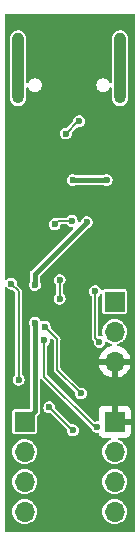
<source format=gbr>
%TF.GenerationSoftware,KiCad,Pcbnew,6.0.11+dfsg-1~bpo11+1*%
%TF.CreationDate,2023-10-28T20:26:38+09:00*%
%TF.ProjectId,pcb-devboard,7063622d-6465-4766-926f-6172642e6b69,rev?*%
%TF.SameCoordinates,Original*%
%TF.FileFunction,Copper,L2,Bot*%
%TF.FilePolarity,Positive*%
%FSLAX46Y46*%
G04 Gerber Fmt 4.6, Leading zero omitted, Abs format (unit mm)*
G04 Created by KiCad (PCBNEW 6.0.11+dfsg-1~bpo11+1) date 2023-10-28 20:26:38*
%MOMM*%
%LPD*%
G01*
G04 APERTURE LIST*
%TA.AperFunction,ComponentPad*%
%ADD10O,1.000000X1.600000*%
%TD*%
%TA.AperFunction,ComponentPad*%
%ADD11O,1.000000X2.100000*%
%TD*%
%TA.AperFunction,ComponentPad*%
%ADD12R,1.700000X1.700000*%
%TD*%
%TA.AperFunction,ComponentPad*%
%ADD13O,1.700000X1.700000*%
%TD*%
%TA.AperFunction,ViaPad*%
%ADD14C,0.600000*%
%TD*%
%TA.AperFunction,Conductor*%
%ADD15C,1.000000*%
%TD*%
%TA.AperFunction,Conductor*%
%ADD16C,0.450000*%
%TD*%
%TA.AperFunction,Conductor*%
%ADD17C,0.150000*%
%TD*%
%TA.AperFunction,Conductor*%
%ADD18C,0.200000*%
%TD*%
G04 APERTURE END LIST*
D10*
%TO.P,USB1,13,SHIELD*%
%TO.N,Net-(C1-Pad2)*%
X141679200Y-87237100D03*
D11*
X150319200Y-91417100D03*
D10*
X150319200Y-87237100D03*
D11*
X141679200Y-91417100D03*
%TD*%
D12*
%TO.P,J2,1,Pin_1*%
%TO.N,VSYS*%
X142240000Y-119380000D03*
D13*
%TO.P,J2,2,Pin_2*%
%TO.N,/PIN_PA0*%
X142240000Y-121920000D03*
%TO.P,J2,3,Pin_3*%
%TO.N,/PIN_PA1*%
X142240000Y-124460000D03*
%TO.P,J2,4,Pin_4*%
%TO.N,/PIN_PA2*%
X142240000Y-127000000D03*
%TD*%
D12*
%TO.P,J3,1,Pin_1*%
%TO.N,GND*%
X149860000Y-119380000D03*
D13*
%TO.P,J3,2,Pin_2*%
%TO.N,/PIN_PA7*%
X149860000Y-121920000D03*
%TO.P,J3,3,Pin_3*%
%TO.N,/PIN_PA6*%
X149860000Y-124460000D03*
%TO.P,J3,4,Pin_4*%
%TO.N,/PIN_PA3*%
X149860000Y-127000000D03*
%TD*%
D12*
%TO.P,J1,1,Pin_1*%
%TO.N,Net-(J1-Pad1)*%
X149860000Y-109220000D03*
D13*
%TO.P,J1,2,Pin_2*%
%TO.N,Net-(J1-Pad2)*%
X149860000Y-111760000D03*
%TO.P,J1,3,Pin_3*%
%TO.N,GND*%
X149860000Y-114300000D03*
%TD*%
D14*
%TO.N,GND*%
X149174200Y-93649800D03*
X143230600Y-101854000D03*
X145669000Y-110159800D03*
X142628700Y-93337358D03*
X143891000Y-110109000D03*
X147802600Y-96469200D03*
%TO.N,VSYS*%
X143129000Y-110998000D03*
X143103600Y-107797600D03*
X149186950Y-98920250D03*
X147486500Y-102489000D03*
X146316650Y-98920250D03*
%TO.N,/PIN_PA1*%
X141732000Y-115824000D03*
X141097000Y-107696000D03*
%TO.N,/PIN_PA2*%
X148209000Y-108331000D03*
X148577300Y-112636300D03*
%TO.N,/PIN_PA7*%
X148386800Y-119837200D03*
X145200500Y-108966000D03*
X143906500Y-112506500D03*
X145200500Y-107391200D03*
%TO.N,/PIN_PA6*%
X143935000Y-111335000D03*
X147000000Y-116992400D03*
%TO.N,/PIN_PA3*%
X146324500Y-120100000D03*
X144322800Y-118160800D03*
%TO.N,/USB_UART_RX*%
X146218100Y-102374867D03*
X144780000Y-102666800D03*
%TO.N,/USB_D-*%
X145729444Y-94985856D03*
X146848700Y-93954500D03*
%TD*%
D15*
%TO.N,Net-(C1-Pad2)*%
X150319200Y-87237100D02*
X150319200Y-91417100D01*
X141679200Y-91417100D02*
X141679200Y-87237100D01*
D16*
%TO.N,VSYS*%
X143103600Y-107797600D02*
X143103600Y-106871900D01*
X143103600Y-106871900D02*
X147486500Y-102489000D01*
X149186950Y-98920250D02*
X146316650Y-98920250D01*
X143129000Y-110998000D02*
X143129000Y-118491000D01*
X143129000Y-118491000D02*
X142240000Y-119380000D01*
D17*
%TO.N,/PIN_PA1*%
X141732000Y-115824000D02*
X141732000Y-108331000D01*
X141732000Y-108331000D02*
X141097000Y-107696000D01*
%TO.N,/PIN_PA2*%
X148209000Y-112268000D02*
X148577300Y-112636300D01*
X148209000Y-108331000D02*
X148209000Y-112268000D01*
%TO.N,/PIN_PA7*%
X148386800Y-119837200D02*
X148177000Y-119837200D01*
X143900000Y-115560200D02*
X143900000Y-112513000D01*
X145200500Y-108966000D02*
X145200500Y-107391200D01*
X148177000Y-119837200D02*
X143900000Y-115560200D01*
X143900000Y-112513000D02*
X143906500Y-112506500D01*
%TO.N,/PIN_PA6*%
X145000000Y-112400000D02*
X143935000Y-111335000D01*
X145000000Y-114992400D02*
X145000000Y-112400000D01*
X147000000Y-116992400D02*
X145000000Y-114992400D01*
%TO.N,/PIN_PA3*%
X146262000Y-120100000D02*
X146324500Y-120100000D01*
X144322800Y-118160800D02*
X146262000Y-120100000D01*
%TO.N,/USB_UART_RX*%
X144780000Y-102666800D02*
X145071933Y-102374867D01*
X145071933Y-102374867D02*
X146218100Y-102374867D01*
D18*
%TO.N,/USB_D-*%
X146848700Y-93954500D02*
X146760800Y-93954500D01*
X146760800Y-93954500D02*
X145729444Y-94985856D01*
%TD*%
%TA.AperFunction,Conductor*%
%TO.N,GND*%
G36*
X151523691Y-84852207D02*
G01*
X151559655Y-84901707D01*
X151564500Y-84932300D01*
X151564500Y-128605500D01*
X151545593Y-128663691D01*
X151496093Y-128699655D01*
X151465500Y-128704500D01*
X140634500Y-128704500D01*
X140576309Y-128685593D01*
X140540345Y-128636093D01*
X140535500Y-128605500D01*
X140535500Y-126985262D01*
X141184520Y-126985262D01*
X141201759Y-127190553D01*
X141258544Y-127388586D01*
X141352712Y-127571818D01*
X141480677Y-127733270D01*
X141484357Y-127736402D01*
X141484359Y-127736404D01*
X141597017Y-127832283D01*
X141637564Y-127866791D01*
X141641787Y-127869151D01*
X141641791Y-127869154D01*
X141681342Y-127891258D01*
X141817398Y-127967297D01*
X141821996Y-127968791D01*
X142008724Y-128029463D01*
X142008726Y-128029464D01*
X142013329Y-128030959D01*
X142217894Y-128055351D01*
X142222716Y-128054980D01*
X142222719Y-128054980D01*
X142290541Y-128049761D01*
X142423300Y-128039546D01*
X142621725Y-127984145D01*
X142626038Y-127981966D01*
X142626044Y-127981964D01*
X142801289Y-127893441D01*
X142801291Y-127893440D01*
X142805610Y-127891258D01*
X142840943Y-127863653D01*
X142964135Y-127767406D01*
X142964139Y-127767402D01*
X142967951Y-127764424D01*
X143102564Y-127608472D01*
X143121231Y-127575613D01*
X143201934Y-127433550D01*
X143201935Y-127433547D01*
X143204323Y-127429344D01*
X143217882Y-127388586D01*
X143267824Y-127238454D01*
X143267824Y-127238452D01*
X143269351Y-127233863D01*
X143295171Y-127029474D01*
X143295583Y-127000000D01*
X143294138Y-126985262D01*
X148804520Y-126985262D01*
X148821759Y-127190553D01*
X148878544Y-127388586D01*
X148972712Y-127571818D01*
X149100677Y-127733270D01*
X149104357Y-127736402D01*
X149104359Y-127736404D01*
X149217017Y-127832283D01*
X149257564Y-127866791D01*
X149261787Y-127869151D01*
X149261791Y-127869154D01*
X149301342Y-127891258D01*
X149437398Y-127967297D01*
X149441996Y-127968791D01*
X149628724Y-128029463D01*
X149628726Y-128029464D01*
X149633329Y-128030959D01*
X149837894Y-128055351D01*
X149842716Y-128054980D01*
X149842719Y-128054980D01*
X149910541Y-128049761D01*
X150043300Y-128039546D01*
X150241725Y-127984145D01*
X150246038Y-127981966D01*
X150246044Y-127981964D01*
X150421289Y-127893441D01*
X150421291Y-127893440D01*
X150425610Y-127891258D01*
X150460943Y-127863653D01*
X150584135Y-127767406D01*
X150584139Y-127767402D01*
X150587951Y-127764424D01*
X150722564Y-127608472D01*
X150741231Y-127575613D01*
X150821934Y-127433550D01*
X150821935Y-127433547D01*
X150824323Y-127429344D01*
X150837882Y-127388586D01*
X150887824Y-127238454D01*
X150887824Y-127238452D01*
X150889351Y-127233863D01*
X150915171Y-127029474D01*
X150915583Y-127000000D01*
X150895480Y-126794970D01*
X150835935Y-126597749D01*
X150739218Y-126415849D01*
X150609011Y-126256200D01*
X150450275Y-126124882D01*
X150269055Y-126026897D01*
X150205855Y-126007333D01*
X150076875Y-125967407D01*
X150076871Y-125967406D01*
X150072254Y-125965977D01*
X150067446Y-125965472D01*
X150067443Y-125965471D01*
X149872185Y-125944949D01*
X149872183Y-125944949D01*
X149867369Y-125944443D01*
X149807354Y-125949905D01*
X149667022Y-125962675D01*
X149667017Y-125962676D01*
X149662203Y-125963114D01*
X149464572Y-126021280D01*
X149460288Y-126023519D01*
X149460287Y-126023520D01*
X149449428Y-126029197D01*
X149282002Y-126116726D01*
X149278231Y-126119758D01*
X149125220Y-126242781D01*
X149125217Y-126242783D01*
X149121447Y-126245815D01*
X149118333Y-126249526D01*
X149118332Y-126249527D01*
X149109585Y-126259952D01*
X148989024Y-126403630D01*
X148986689Y-126407878D01*
X148986688Y-126407879D01*
X148979955Y-126420126D01*
X148889776Y-126584162D01*
X148827484Y-126780532D01*
X148826944Y-126785344D01*
X148826944Y-126785345D01*
X148825865Y-126794970D01*
X148804520Y-126985262D01*
X143294138Y-126985262D01*
X143275480Y-126794970D01*
X143215935Y-126597749D01*
X143119218Y-126415849D01*
X142989011Y-126256200D01*
X142830275Y-126124882D01*
X142649055Y-126026897D01*
X142585855Y-126007333D01*
X142456875Y-125967407D01*
X142456871Y-125967406D01*
X142452254Y-125965977D01*
X142447446Y-125965472D01*
X142447443Y-125965471D01*
X142252185Y-125944949D01*
X142252183Y-125944949D01*
X142247369Y-125944443D01*
X142187354Y-125949905D01*
X142047022Y-125962675D01*
X142047017Y-125962676D01*
X142042203Y-125963114D01*
X141844572Y-126021280D01*
X141840288Y-126023519D01*
X141840287Y-126023520D01*
X141829428Y-126029197D01*
X141662002Y-126116726D01*
X141658231Y-126119758D01*
X141505220Y-126242781D01*
X141505217Y-126242783D01*
X141501447Y-126245815D01*
X141498333Y-126249526D01*
X141498332Y-126249527D01*
X141489585Y-126259952D01*
X141369024Y-126403630D01*
X141366689Y-126407878D01*
X141366688Y-126407879D01*
X141359955Y-126420126D01*
X141269776Y-126584162D01*
X141207484Y-126780532D01*
X141206944Y-126785344D01*
X141206944Y-126785345D01*
X141205865Y-126794970D01*
X141184520Y-126985262D01*
X140535500Y-126985262D01*
X140535500Y-124445262D01*
X141184520Y-124445262D01*
X141201759Y-124650553D01*
X141258544Y-124848586D01*
X141352712Y-125031818D01*
X141480677Y-125193270D01*
X141484357Y-125196402D01*
X141484359Y-125196404D01*
X141597017Y-125292283D01*
X141637564Y-125326791D01*
X141641787Y-125329151D01*
X141641791Y-125329154D01*
X141681342Y-125351258D01*
X141817398Y-125427297D01*
X141821996Y-125428791D01*
X142008724Y-125489463D01*
X142008726Y-125489464D01*
X142013329Y-125490959D01*
X142217894Y-125515351D01*
X142222716Y-125514980D01*
X142222719Y-125514980D01*
X142290541Y-125509761D01*
X142423300Y-125499546D01*
X142621725Y-125444145D01*
X142626038Y-125441966D01*
X142626044Y-125441964D01*
X142801289Y-125353441D01*
X142801291Y-125353440D01*
X142805610Y-125351258D01*
X142840943Y-125323653D01*
X142964135Y-125227406D01*
X142964139Y-125227402D01*
X142967951Y-125224424D01*
X143102564Y-125068472D01*
X143121231Y-125035613D01*
X143201934Y-124893550D01*
X143201935Y-124893547D01*
X143204323Y-124889344D01*
X143217882Y-124848586D01*
X143267824Y-124698454D01*
X143267824Y-124698452D01*
X143269351Y-124693863D01*
X143295171Y-124489474D01*
X143295583Y-124460000D01*
X143294138Y-124445262D01*
X148804520Y-124445262D01*
X148821759Y-124650553D01*
X148878544Y-124848586D01*
X148972712Y-125031818D01*
X149100677Y-125193270D01*
X149104357Y-125196402D01*
X149104359Y-125196404D01*
X149217017Y-125292283D01*
X149257564Y-125326791D01*
X149261787Y-125329151D01*
X149261791Y-125329154D01*
X149301342Y-125351258D01*
X149437398Y-125427297D01*
X149441996Y-125428791D01*
X149628724Y-125489463D01*
X149628726Y-125489464D01*
X149633329Y-125490959D01*
X149837894Y-125515351D01*
X149842716Y-125514980D01*
X149842719Y-125514980D01*
X149910541Y-125509761D01*
X150043300Y-125499546D01*
X150241725Y-125444145D01*
X150246038Y-125441966D01*
X150246044Y-125441964D01*
X150421289Y-125353441D01*
X150421291Y-125353440D01*
X150425610Y-125351258D01*
X150460943Y-125323653D01*
X150584135Y-125227406D01*
X150584139Y-125227402D01*
X150587951Y-125224424D01*
X150722564Y-125068472D01*
X150741231Y-125035613D01*
X150821934Y-124893550D01*
X150821935Y-124893547D01*
X150824323Y-124889344D01*
X150837882Y-124848586D01*
X150887824Y-124698454D01*
X150887824Y-124698452D01*
X150889351Y-124693863D01*
X150915171Y-124489474D01*
X150915583Y-124460000D01*
X150895480Y-124254970D01*
X150835935Y-124057749D01*
X150739218Y-123875849D01*
X150609011Y-123716200D01*
X150450275Y-123584882D01*
X150269055Y-123486897D01*
X150205855Y-123467333D01*
X150076875Y-123427407D01*
X150076871Y-123427406D01*
X150072254Y-123425977D01*
X150067446Y-123425472D01*
X150067443Y-123425471D01*
X149872185Y-123404949D01*
X149872183Y-123404949D01*
X149867369Y-123404443D01*
X149807354Y-123409905D01*
X149667022Y-123422675D01*
X149667017Y-123422676D01*
X149662203Y-123423114D01*
X149464572Y-123481280D01*
X149460288Y-123483519D01*
X149460287Y-123483520D01*
X149449428Y-123489197D01*
X149282002Y-123576726D01*
X149278231Y-123579758D01*
X149125220Y-123702781D01*
X149125217Y-123702783D01*
X149121447Y-123705815D01*
X149118333Y-123709526D01*
X149118332Y-123709527D01*
X149109585Y-123719952D01*
X148989024Y-123863630D01*
X148986689Y-123867878D01*
X148986688Y-123867879D01*
X148979955Y-123880126D01*
X148889776Y-124044162D01*
X148827484Y-124240532D01*
X148826944Y-124245344D01*
X148826944Y-124245345D01*
X148825865Y-124254970D01*
X148804520Y-124445262D01*
X143294138Y-124445262D01*
X143275480Y-124254970D01*
X143215935Y-124057749D01*
X143119218Y-123875849D01*
X142989011Y-123716200D01*
X142830275Y-123584882D01*
X142649055Y-123486897D01*
X142585855Y-123467333D01*
X142456875Y-123427407D01*
X142456871Y-123427406D01*
X142452254Y-123425977D01*
X142447446Y-123425472D01*
X142447443Y-123425471D01*
X142252185Y-123404949D01*
X142252183Y-123404949D01*
X142247369Y-123404443D01*
X142187354Y-123409905D01*
X142047022Y-123422675D01*
X142047017Y-123422676D01*
X142042203Y-123423114D01*
X141844572Y-123481280D01*
X141840288Y-123483519D01*
X141840287Y-123483520D01*
X141829428Y-123489197D01*
X141662002Y-123576726D01*
X141658231Y-123579758D01*
X141505220Y-123702781D01*
X141505217Y-123702783D01*
X141501447Y-123705815D01*
X141498333Y-123709526D01*
X141498332Y-123709527D01*
X141489585Y-123719952D01*
X141369024Y-123863630D01*
X141366689Y-123867878D01*
X141366688Y-123867879D01*
X141359955Y-123880126D01*
X141269776Y-124044162D01*
X141207484Y-124240532D01*
X141206944Y-124245344D01*
X141206944Y-124245345D01*
X141205865Y-124254970D01*
X141184520Y-124445262D01*
X140535500Y-124445262D01*
X140535500Y-121905262D01*
X141184520Y-121905262D01*
X141201759Y-122110553D01*
X141258544Y-122308586D01*
X141352712Y-122491818D01*
X141480677Y-122653270D01*
X141484357Y-122656402D01*
X141484359Y-122656404D01*
X141597017Y-122752283D01*
X141637564Y-122786791D01*
X141641787Y-122789151D01*
X141641791Y-122789154D01*
X141681342Y-122811258D01*
X141817398Y-122887297D01*
X141821996Y-122888791D01*
X142008724Y-122949463D01*
X142008726Y-122949464D01*
X142013329Y-122950959D01*
X142217894Y-122975351D01*
X142222716Y-122974980D01*
X142222719Y-122974980D01*
X142290541Y-122969761D01*
X142423300Y-122959546D01*
X142621725Y-122904145D01*
X142626038Y-122901966D01*
X142626044Y-122901964D01*
X142801289Y-122813441D01*
X142801291Y-122813440D01*
X142805610Y-122811258D01*
X142840943Y-122783653D01*
X142964135Y-122687406D01*
X142964139Y-122687402D01*
X142967951Y-122684424D01*
X143102564Y-122528472D01*
X143121231Y-122495613D01*
X143201934Y-122353550D01*
X143201935Y-122353547D01*
X143204323Y-122349344D01*
X143217882Y-122308586D01*
X143267824Y-122158454D01*
X143267824Y-122158452D01*
X143269351Y-122153863D01*
X143295171Y-121949474D01*
X143295583Y-121920000D01*
X143275480Y-121714970D01*
X143215935Y-121517749D01*
X143119218Y-121335849D01*
X142989011Y-121176200D01*
X142830275Y-121044882D01*
X142649055Y-120946897D01*
X142552774Y-120917093D01*
X142456875Y-120887407D01*
X142456871Y-120887406D01*
X142452254Y-120885977D01*
X142447446Y-120885472D01*
X142447443Y-120885471D01*
X142252185Y-120864949D01*
X142252183Y-120864949D01*
X142247369Y-120864443D01*
X142187354Y-120869905D01*
X142047022Y-120882675D01*
X142047017Y-120882676D01*
X142042203Y-120883114D01*
X141844572Y-120941280D01*
X141840288Y-120943519D01*
X141840287Y-120943520D01*
X141829428Y-120949197D01*
X141662002Y-121036726D01*
X141658231Y-121039758D01*
X141505220Y-121162781D01*
X141505217Y-121162783D01*
X141501447Y-121165815D01*
X141498333Y-121169526D01*
X141498332Y-121169527D01*
X141489585Y-121179952D01*
X141369024Y-121323630D01*
X141366689Y-121327878D01*
X141366688Y-121327879D01*
X141359955Y-121340126D01*
X141269776Y-121504162D01*
X141207484Y-121700532D01*
X141206944Y-121705344D01*
X141206944Y-121705345D01*
X141205865Y-121714970D01*
X141184520Y-121905262D01*
X140535500Y-121905262D01*
X140535500Y-120249748D01*
X141189500Y-120249748D01*
X141190448Y-120254512D01*
X141198639Y-120295692D01*
X141201133Y-120308231D01*
X141245448Y-120374552D01*
X141311769Y-120418867D01*
X141321332Y-120420769D01*
X141321334Y-120420770D01*
X141344005Y-120425279D01*
X141370252Y-120430500D01*
X143109748Y-120430500D01*
X143135995Y-120425279D01*
X143158666Y-120420770D01*
X143158668Y-120420769D01*
X143168231Y-120418867D01*
X143234552Y-120374552D01*
X143278867Y-120308231D01*
X143281362Y-120295692D01*
X143289552Y-120254512D01*
X143290500Y-120249748D01*
X143290500Y-118972256D01*
X143309407Y-118914065D01*
X143319496Y-118902252D01*
X143477528Y-118744220D01*
X143489388Y-118720944D01*
X143497494Y-118707715D01*
X143512849Y-118686581D01*
X143520919Y-118661744D01*
X143526860Y-118647402D01*
X143538719Y-118624126D01*
X143542804Y-118598335D01*
X143546430Y-118583233D01*
X143552093Y-118565804D01*
X143552094Y-118565798D01*
X143554500Y-118558393D01*
X143554500Y-118154623D01*
X143817191Y-118154623D01*
X143818106Y-118161620D01*
X143818106Y-118161621D01*
X143824620Y-118211436D01*
X143835780Y-118296779D01*
X143838621Y-118303235D01*
X143838621Y-118303236D01*
X143887350Y-118413980D01*
X143893520Y-118428003D01*
X143921538Y-118461334D01*
X143981231Y-118532349D01*
X143981234Y-118532351D01*
X143985770Y-118537748D01*
X144105113Y-118617190D01*
X144201799Y-118647396D01*
X144235225Y-118657839D01*
X144235226Y-118657839D01*
X144241957Y-118659942D01*
X144307101Y-118661136D01*
X144378241Y-118662441D01*
X144378244Y-118662441D01*
X144385299Y-118662570D01*
X144385290Y-118663071D01*
X144440616Y-118673724D01*
X144462776Y-118690392D01*
X145790951Y-120018567D01*
X145818728Y-120073084D01*
X145819807Y-120087941D01*
X145818891Y-120093823D01*
X145837480Y-120235979D01*
X145840321Y-120242435D01*
X145840321Y-120242436D01*
X145881698Y-120336471D01*
X145895220Y-120367203D01*
X145934093Y-120413448D01*
X145982931Y-120471549D01*
X145982934Y-120471551D01*
X145987470Y-120476948D01*
X145993341Y-120480856D01*
X145993342Y-120480857D01*
X146005643Y-120489045D01*
X146106813Y-120556390D01*
X146205611Y-120587256D01*
X146236925Y-120597039D01*
X146236926Y-120597039D01*
X146243657Y-120599142D01*
X146315328Y-120600456D01*
X146379945Y-120601641D01*
X146379947Y-120601641D01*
X146386999Y-120601770D01*
X146393802Y-120599915D01*
X146393804Y-120599915D01*
X146469003Y-120579413D01*
X146525317Y-120564060D01*
X146647491Y-120489045D01*
X146654903Y-120480857D01*
X146738968Y-120387982D01*
X146743700Y-120382754D01*
X146806210Y-120253733D01*
X146810375Y-120228982D01*
X146829362Y-120116124D01*
X146829362Y-120116120D01*
X146829996Y-120112354D01*
X146830147Y-120100000D01*
X146809823Y-119958082D01*
X146750484Y-119827572D01*
X146656900Y-119718963D01*
X146536595Y-119640985D01*
X146399239Y-119599907D01*
X146315997Y-119599398D01*
X146262927Y-119599074D01*
X146262926Y-119599074D01*
X146255876Y-119599031D01*
X146230054Y-119606411D01*
X146168907Y-119604224D01*
X146132843Y-119581227D01*
X144849480Y-118297864D01*
X144821703Y-118243347D01*
X144821856Y-118211436D01*
X144827661Y-118176927D01*
X144828296Y-118173154D01*
X144828447Y-118160800D01*
X144808123Y-118018882D01*
X144748784Y-117888372D01*
X144655200Y-117779763D01*
X144534895Y-117701785D01*
X144397539Y-117660707D01*
X144314297Y-117660198D01*
X144261227Y-117659874D01*
X144261226Y-117659874D01*
X144254176Y-117659831D01*
X144247399Y-117661768D01*
X144247398Y-117661768D01*
X144123109Y-117697290D01*
X144123107Y-117697291D01*
X144116329Y-117699228D01*
X143995080Y-117775730D01*
X143990413Y-117781014D01*
X143990411Y-117781016D01*
X143904844Y-117877903D01*
X143904842Y-117877905D01*
X143900177Y-117883188D01*
X143839247Y-118012963D01*
X143838162Y-118019932D01*
X143838161Y-118019935D01*
X143823480Y-118114230D01*
X143817191Y-118154623D01*
X143554500Y-118154623D01*
X143554500Y-115845901D01*
X143573407Y-115787710D01*
X143622907Y-115751746D01*
X143684093Y-115751746D01*
X143708498Y-115763584D01*
X143716263Y-115768772D01*
X143731269Y-115781085D01*
X147873721Y-119923537D01*
X147898930Y-119966679D01*
X147899780Y-119973179D01*
X147902618Y-119979630D01*
X147902619Y-119979632D01*
X147954679Y-120097947D01*
X147957520Y-120104403D01*
X147970592Y-120119954D01*
X148045231Y-120208749D01*
X148045234Y-120208751D01*
X148049770Y-120214148D01*
X148055641Y-120218056D01*
X148055642Y-120218057D01*
X148082566Y-120235979D01*
X148169113Y-120293590D01*
X148269720Y-120325021D01*
X148299225Y-120334239D01*
X148299226Y-120334239D01*
X148305957Y-120336342D01*
X148372479Y-120337562D01*
X148441424Y-120338826D01*
X148499258Y-120358797D01*
X148532309Y-120403056D01*
X148557352Y-120469857D01*
X148564059Y-120482108D01*
X148642863Y-120587256D01*
X148652744Y-120597137D01*
X148757892Y-120675941D01*
X148770145Y-120682649D01*
X148893978Y-120729072D01*
X148905967Y-120731923D01*
X148959252Y-120737711D01*
X148964586Y-120738000D01*
X149468247Y-120738000D01*
X149526438Y-120756907D01*
X149562402Y-120806407D01*
X149562402Y-120867593D01*
X149526438Y-120917093D01*
X149496198Y-120931972D01*
X149464572Y-120941280D01*
X149460288Y-120943519D01*
X149460287Y-120943520D01*
X149449428Y-120949197D01*
X149282002Y-121036726D01*
X149278231Y-121039758D01*
X149125220Y-121162781D01*
X149125217Y-121162783D01*
X149121447Y-121165815D01*
X149118333Y-121169526D01*
X149118332Y-121169527D01*
X149109585Y-121179952D01*
X148989024Y-121323630D01*
X148986689Y-121327878D01*
X148986688Y-121327879D01*
X148979955Y-121340126D01*
X148889776Y-121504162D01*
X148827484Y-121700532D01*
X148826944Y-121705344D01*
X148826944Y-121705345D01*
X148825865Y-121714970D01*
X148804520Y-121905262D01*
X148821759Y-122110553D01*
X148878544Y-122308586D01*
X148972712Y-122491818D01*
X149100677Y-122653270D01*
X149104357Y-122656402D01*
X149104359Y-122656404D01*
X149217017Y-122752283D01*
X149257564Y-122786791D01*
X149261787Y-122789151D01*
X149261791Y-122789154D01*
X149301342Y-122811258D01*
X149437398Y-122887297D01*
X149441996Y-122888791D01*
X149628724Y-122949463D01*
X149628726Y-122949464D01*
X149633329Y-122950959D01*
X149837894Y-122975351D01*
X149842716Y-122974980D01*
X149842719Y-122974980D01*
X149910541Y-122969761D01*
X150043300Y-122959546D01*
X150241725Y-122904145D01*
X150246038Y-122901966D01*
X150246044Y-122901964D01*
X150421289Y-122813441D01*
X150421291Y-122813440D01*
X150425610Y-122811258D01*
X150460943Y-122783653D01*
X150584135Y-122687406D01*
X150584139Y-122687402D01*
X150587951Y-122684424D01*
X150722564Y-122528472D01*
X150741231Y-122495613D01*
X150821934Y-122353550D01*
X150821935Y-122353547D01*
X150824323Y-122349344D01*
X150837882Y-122308586D01*
X150887824Y-122158454D01*
X150887824Y-122158452D01*
X150889351Y-122153863D01*
X150915171Y-121949474D01*
X150915583Y-121920000D01*
X150895480Y-121714970D01*
X150835935Y-121517749D01*
X150739218Y-121335849D01*
X150609011Y-121176200D01*
X150450275Y-121044882D01*
X150269055Y-120946897D01*
X150264437Y-120945467D01*
X150264431Y-120945465D01*
X150219548Y-120931571D01*
X150169551Y-120896302D01*
X150149834Y-120838381D01*
X150167927Y-120779932D01*
X150216920Y-120743281D01*
X150248824Y-120737999D01*
X150755411Y-120737999D01*
X150760751Y-120737710D01*
X150814035Y-120731922D01*
X150826020Y-120729073D01*
X150949855Y-120682649D01*
X150962108Y-120675941D01*
X151067256Y-120597137D01*
X151077137Y-120587256D01*
X151155941Y-120482108D01*
X151162649Y-120469855D01*
X151209072Y-120346022D01*
X151211923Y-120334033D01*
X151217711Y-120280748D01*
X151218000Y-120275414D01*
X151218000Y-119649680D01*
X151213878Y-119636995D01*
X151209757Y-119634000D01*
X149705000Y-119634000D01*
X149646809Y-119615093D01*
X149610845Y-119565593D01*
X149606000Y-119535000D01*
X149606000Y-119110320D01*
X150114000Y-119110320D01*
X150118122Y-119123005D01*
X150122243Y-119126000D01*
X151202319Y-119126000D01*
X151215004Y-119121878D01*
X151217999Y-119117757D01*
X151217999Y-118484589D01*
X151217710Y-118479249D01*
X151211922Y-118425965D01*
X151209073Y-118413980D01*
X151162649Y-118290145D01*
X151155941Y-118277892D01*
X151077137Y-118172744D01*
X151067256Y-118162863D01*
X150962108Y-118084059D01*
X150949855Y-118077351D01*
X150826022Y-118030928D01*
X150814033Y-118028077D01*
X150760748Y-118022289D01*
X150755414Y-118022000D01*
X150129680Y-118022000D01*
X150116995Y-118026122D01*
X150114000Y-118030243D01*
X150114000Y-119110320D01*
X149606000Y-119110320D01*
X149606000Y-118037681D01*
X149601878Y-118024996D01*
X149597757Y-118022001D01*
X148964589Y-118022001D01*
X148959249Y-118022290D01*
X148905965Y-118028078D01*
X148893980Y-118030927D01*
X148770145Y-118077351D01*
X148757892Y-118084059D01*
X148652744Y-118162863D01*
X148642863Y-118172744D01*
X148564059Y-118277892D01*
X148557351Y-118290145D01*
X148510928Y-118413978D01*
X148508077Y-118425967D01*
X148502289Y-118479252D01*
X148502000Y-118484586D01*
X148502000Y-119237748D01*
X148483093Y-119295939D01*
X148433593Y-119331903D01*
X148402397Y-119336746D01*
X148338887Y-119336358D01*
X148325227Y-119336274D01*
X148325226Y-119336274D01*
X148318176Y-119336231D01*
X148311399Y-119338168D01*
X148311398Y-119338168D01*
X148180329Y-119375628D01*
X148179597Y-119373067D01*
X148130463Y-119378321D01*
X148080867Y-119351451D01*
X144204496Y-115475080D01*
X144176719Y-115420563D01*
X144175500Y-115405076D01*
X144175500Y-112984081D01*
X144194407Y-112925890D01*
X144218182Y-112903894D01*
X144218054Y-112903740D01*
X144220930Y-112901352D01*
X144222700Y-112899715D01*
X144229491Y-112895545D01*
X144293013Y-112825367D01*
X144320968Y-112794482D01*
X144325700Y-112789254D01*
X144388210Y-112660233D01*
X144392099Y-112637121D01*
X144411362Y-112522624D01*
X144411362Y-112522620D01*
X144411996Y-112518854D01*
X144412147Y-112506500D01*
X144403339Y-112444997D01*
X144413806Y-112384715D01*
X144457707Y-112342096D01*
X144518275Y-112333422D01*
X144571343Y-112360959D01*
X144695504Y-112485120D01*
X144723281Y-112539637D01*
X144724500Y-112555124D01*
X144724500Y-114955516D01*
X144722598Y-114974829D01*
X144719103Y-114992400D01*
X144724500Y-115019532D01*
X144724500Y-115019533D01*
X144740485Y-115099895D01*
X144801376Y-115191024D01*
X144809486Y-115196443D01*
X144816267Y-115200974D01*
X144831269Y-115213285D01*
X146473633Y-116855649D01*
X146501410Y-116910166D01*
X146501450Y-116940883D01*
X146495477Y-116979247D01*
X146494391Y-116986223D01*
X146495306Y-116993220D01*
X146495306Y-116993221D01*
X146496814Y-117004754D01*
X146512980Y-117128379D01*
X146515821Y-117134835D01*
X146515821Y-117134836D01*
X146523586Y-117152482D01*
X146570720Y-117259603D01*
X146583792Y-117275154D01*
X146658431Y-117363949D01*
X146658434Y-117363951D01*
X146662970Y-117369348D01*
X146668841Y-117373256D01*
X146668842Y-117373257D01*
X146681143Y-117381445D01*
X146782313Y-117448790D01*
X146882920Y-117480221D01*
X146912425Y-117489439D01*
X146912426Y-117489439D01*
X146919157Y-117491542D01*
X146990828Y-117492856D01*
X147055445Y-117494041D01*
X147055447Y-117494041D01*
X147062499Y-117494170D01*
X147069302Y-117492315D01*
X147069304Y-117492315D01*
X147144503Y-117471813D01*
X147200817Y-117456460D01*
X147322991Y-117381445D01*
X147330403Y-117373257D01*
X147414468Y-117280382D01*
X147419200Y-117275154D01*
X147481710Y-117146133D01*
X147485875Y-117121382D01*
X147504862Y-117008524D01*
X147504862Y-117008520D01*
X147505496Y-117004754D01*
X147505647Y-116992400D01*
X147485323Y-116850482D01*
X147425984Y-116719972D01*
X147332400Y-116611363D01*
X147212095Y-116533385D01*
X147074739Y-116492307D01*
X146931376Y-116491431D01*
X146931393Y-116488641D01*
X146883155Y-116479962D01*
X146859933Y-116462717D01*
X145304496Y-114907280D01*
X145276719Y-114852763D01*
X145275500Y-114837276D01*
X145275500Y-114567014D01*
X148528043Y-114567014D01*
X148558807Y-114703524D01*
X148561231Y-114711258D01*
X148642183Y-114910620D01*
X148645840Y-114917860D01*
X148758266Y-115101322D01*
X148763056Y-115107867D01*
X148903935Y-115270502D01*
X148909729Y-115276176D01*
X149075292Y-115413629D01*
X149081921Y-115418270D01*
X149267713Y-115526838D01*
X149275008Y-115530334D01*
X149476038Y-115607099D01*
X149483808Y-115609357D01*
X149590637Y-115631091D01*
X149603846Y-115629586D01*
X149606000Y-115621405D01*
X149606000Y-115620952D01*
X150114000Y-115620952D01*
X150118122Y-115633637D01*
X150119650Y-115634748D01*
X150124884Y-115635238D01*
X150139291Y-115633392D01*
X150147200Y-115631710D01*
X150353304Y-115569876D01*
X150360852Y-115566918D01*
X150554087Y-115472253D01*
X150561046Y-115468104D01*
X150736231Y-115343148D01*
X150742412Y-115337924D01*
X150894831Y-115186035D01*
X150900088Y-115179858D01*
X151025651Y-115005119D01*
X151029823Y-114998176D01*
X151125164Y-114805268D01*
X151128144Y-114797744D01*
X151190701Y-114591843D01*
X151192410Y-114583938D01*
X151194304Y-114569547D01*
X151191873Y-114556431D01*
X151190571Y-114555195D01*
X151185290Y-114554000D01*
X150129680Y-114554000D01*
X150116995Y-114558122D01*
X150114000Y-114562243D01*
X150114000Y-115620952D01*
X149606000Y-115620952D01*
X149606000Y-114569680D01*
X149601878Y-114556995D01*
X149597757Y-114554000D01*
X148540790Y-114554000D01*
X148528460Y-114558006D01*
X148528043Y-114567014D01*
X145275500Y-114567014D01*
X145275500Y-112436879D01*
X145277402Y-112417566D01*
X145278994Y-112409562D01*
X145280896Y-112400000D01*
X145275500Y-112372871D01*
X145275500Y-112372867D01*
X145259515Y-112292505D01*
X145243141Y-112268000D01*
X145213994Y-112224378D01*
X145213993Y-112224377D01*
X145198624Y-112201376D01*
X145183733Y-112191426D01*
X145168731Y-112179115D01*
X144461680Y-111472064D01*
X144433903Y-111417547D01*
X144434056Y-111385636D01*
X144439861Y-111351127D01*
X144440496Y-111347354D01*
X144440647Y-111335000D01*
X144420323Y-111193082D01*
X144360984Y-111062572D01*
X144267400Y-110953963D01*
X144147095Y-110875985D01*
X144009739Y-110834907D01*
X143926497Y-110834398D01*
X143873427Y-110834074D01*
X143873426Y-110834074D01*
X143866376Y-110834031D01*
X143859599Y-110835968D01*
X143859598Y-110835968D01*
X143735309Y-110871490D01*
X143735307Y-110871491D01*
X143728529Y-110873428D01*
X143727664Y-110873974D01*
X143669575Y-110880183D01*
X143616533Y-110849683D01*
X143599866Y-110824286D01*
X143557905Y-110731996D01*
X143557904Y-110731995D01*
X143554984Y-110725572D01*
X143461400Y-110616963D01*
X143341095Y-110538985D01*
X143203739Y-110497907D01*
X143120497Y-110497398D01*
X143067427Y-110497074D01*
X143067426Y-110497074D01*
X143060376Y-110497031D01*
X143053599Y-110498968D01*
X143053598Y-110498968D01*
X142929309Y-110534490D01*
X142929307Y-110534491D01*
X142922529Y-110536428D01*
X142801280Y-110612930D01*
X142796613Y-110618214D01*
X142796611Y-110618216D01*
X142711044Y-110715103D01*
X142711042Y-110715105D01*
X142706377Y-110720388D01*
X142703381Y-110726770D01*
X142703380Y-110726771D01*
X142700927Y-110731996D01*
X142645447Y-110850163D01*
X142644362Y-110857132D01*
X142644361Y-110857135D01*
X142640041Y-110884882D01*
X142623391Y-110991823D01*
X142624306Y-110998820D01*
X142624306Y-110998821D01*
X142641065Y-111126982D01*
X142641980Y-111133979D01*
X142644820Y-111140433D01*
X142644821Y-111140437D01*
X142695116Y-111254740D01*
X142703500Y-111294612D01*
X142703500Y-118230500D01*
X142684593Y-118288691D01*
X142635093Y-118324655D01*
X142604500Y-118329500D01*
X141370252Y-118329500D01*
X141344005Y-118334721D01*
X141321334Y-118339230D01*
X141321332Y-118339231D01*
X141311769Y-118341133D01*
X141245448Y-118385448D01*
X141201133Y-118451769D01*
X141189500Y-118510252D01*
X141189500Y-120249748D01*
X140535500Y-120249748D01*
X140535500Y-108077540D01*
X140554407Y-108019349D01*
X140603907Y-107983385D01*
X140665093Y-107983385D01*
X140710283Y-108013838D01*
X140755431Y-108067549D01*
X140755434Y-108067551D01*
X140759970Y-108072948D01*
X140765841Y-108076856D01*
X140765842Y-108076857D01*
X140797544Y-108097960D01*
X140879313Y-108152390D01*
X140965225Y-108179230D01*
X141009425Y-108193039D01*
X141009426Y-108193039D01*
X141016157Y-108195142D01*
X141081301Y-108196336D01*
X141152441Y-108197641D01*
X141152444Y-108197641D01*
X141159499Y-108197770D01*
X141159490Y-108198271D01*
X141214816Y-108208924D01*
X141236976Y-108225592D01*
X141427504Y-108416120D01*
X141455281Y-108470637D01*
X141456500Y-108486124D01*
X141456500Y-115351388D01*
X141437593Y-115409579D01*
X141415410Y-115430354D01*
X141415616Y-115430596D01*
X141410525Y-115434928D01*
X141410325Y-115435116D01*
X141404280Y-115438930D01*
X141399609Y-115444219D01*
X141314044Y-115541103D01*
X141314042Y-115541105D01*
X141309377Y-115546388D01*
X141248447Y-115676163D01*
X141226391Y-115817823D01*
X141227306Y-115824820D01*
X141227306Y-115824821D01*
X141228814Y-115836354D01*
X141244980Y-115959979D01*
X141247821Y-115966435D01*
X141247821Y-115966436D01*
X141255586Y-115984082D01*
X141302720Y-116091203D01*
X141315792Y-116106754D01*
X141390431Y-116195549D01*
X141390434Y-116195551D01*
X141394970Y-116200948D01*
X141400841Y-116204856D01*
X141400842Y-116204857D01*
X141413143Y-116213045D01*
X141514313Y-116280390D01*
X141614920Y-116311821D01*
X141644425Y-116321039D01*
X141644426Y-116321039D01*
X141651157Y-116323142D01*
X141722828Y-116324456D01*
X141787445Y-116325641D01*
X141787447Y-116325641D01*
X141794499Y-116325770D01*
X141801302Y-116323915D01*
X141801304Y-116323915D01*
X141876503Y-116303413D01*
X141932817Y-116288060D01*
X142054991Y-116213045D01*
X142062403Y-116204857D01*
X142146468Y-116111982D01*
X142151200Y-116106754D01*
X142213710Y-115977733D01*
X142217875Y-115952982D01*
X142236862Y-115840124D01*
X142236862Y-115840120D01*
X142237496Y-115836354D01*
X142237647Y-115824000D01*
X142217323Y-115682082D01*
X142184257Y-115609357D01*
X142160905Y-115557996D01*
X142160904Y-115557995D01*
X142157984Y-115551572D01*
X142064400Y-115442963D01*
X142052653Y-115435349D01*
X142014107Y-115387833D01*
X142007500Y-115352274D01*
X142007500Y-108959823D01*
X144694891Y-108959823D01*
X144695806Y-108966820D01*
X144695806Y-108966821D01*
X144697314Y-108978354D01*
X144713480Y-109101979D01*
X144716321Y-109108435D01*
X144716321Y-109108436D01*
X144724086Y-109126082D01*
X144771220Y-109233203D01*
X144784292Y-109248754D01*
X144858931Y-109337549D01*
X144858934Y-109337551D01*
X144863470Y-109342948D01*
X144869341Y-109346856D01*
X144869342Y-109346857D01*
X144881643Y-109355045D01*
X144982813Y-109422390D01*
X145083420Y-109453821D01*
X145112925Y-109463039D01*
X145112926Y-109463039D01*
X145119657Y-109465142D01*
X145191328Y-109466456D01*
X145255945Y-109467641D01*
X145255947Y-109467641D01*
X145262999Y-109467770D01*
X145269802Y-109465915D01*
X145269804Y-109465915D01*
X145345003Y-109445413D01*
X145401317Y-109430060D01*
X145523491Y-109355045D01*
X145530903Y-109346857D01*
X145614968Y-109253982D01*
X145619700Y-109248754D01*
X145682210Y-109119733D01*
X145686375Y-109094982D01*
X145705362Y-108982124D01*
X145705362Y-108982120D01*
X145705996Y-108978354D01*
X145706147Y-108966000D01*
X145685823Y-108824082D01*
X145642836Y-108729537D01*
X145629405Y-108699996D01*
X145629404Y-108699995D01*
X145626484Y-108693572D01*
X145557708Y-108613754D01*
X145537505Y-108590307D01*
X145537504Y-108590306D01*
X145532900Y-108584963D01*
X145521153Y-108577349D01*
X145482607Y-108529833D01*
X145476000Y-108494274D01*
X145476000Y-108324823D01*
X147703391Y-108324823D01*
X147721980Y-108466979D01*
X147724821Y-108473435D01*
X147724821Y-108473436D01*
X147776246Y-108590307D01*
X147779720Y-108598203D01*
X147792792Y-108613754D01*
X147867431Y-108702549D01*
X147867434Y-108702551D01*
X147871970Y-108707948D01*
X147882294Y-108714820D01*
X147889356Y-108719521D01*
X147927320Y-108767504D01*
X147933500Y-108801933D01*
X147933500Y-112231116D01*
X147931598Y-112250429D01*
X147928103Y-112268000D01*
X147930005Y-112277562D01*
X147933500Y-112295132D01*
X147933500Y-112295133D01*
X147946594Y-112360959D01*
X147949485Y-112375495D01*
X148010376Y-112466624D01*
X148018486Y-112472043D01*
X148025267Y-112476574D01*
X148040269Y-112488885D01*
X148050933Y-112499549D01*
X148078710Y-112554066D01*
X148078750Y-112584783D01*
X148077946Y-112589950D01*
X148071691Y-112630123D01*
X148072606Y-112637120D01*
X148072606Y-112637121D01*
X148077095Y-112671450D01*
X148090280Y-112772279D01*
X148093121Y-112778735D01*
X148093121Y-112778736D01*
X148142217Y-112890314D01*
X148148020Y-112903503D01*
X148169197Y-112928696D01*
X148235731Y-113007849D01*
X148235734Y-113007851D01*
X148240270Y-113013248D01*
X148246141Y-113017156D01*
X148246142Y-113017157D01*
X148258443Y-113025345D01*
X148359613Y-113092690D01*
X148460220Y-113124121D01*
X148489725Y-113133339D01*
X148489726Y-113133339D01*
X148496457Y-113135442D01*
X148568128Y-113136756D01*
X148632745Y-113137941D01*
X148632747Y-113137941D01*
X148639799Y-113138070D01*
X148646602Y-113136215D01*
X148646604Y-113136215D01*
X148721803Y-113115713D01*
X148778117Y-113100360D01*
X148900291Y-113025345D01*
X148907703Y-113017157D01*
X148991768Y-112924282D01*
X148996500Y-112919054D01*
X149059010Y-112790033D01*
X149060204Y-112782941D01*
X149078961Y-112671450D01*
X149107261Y-112617202D01*
X149162042Y-112589950D01*
X149222379Y-112600101D01*
X149240747Y-112612478D01*
X149257564Y-112626791D01*
X149261787Y-112629151D01*
X149261791Y-112629154D01*
X149378702Y-112694493D01*
X149437398Y-112727297D01*
X149591944Y-112777512D01*
X149641444Y-112813476D01*
X149660351Y-112871667D01*
X149641444Y-112929858D01*
X149591944Y-112965822D01*
X149576327Y-112969528D01*
X149548226Y-112973828D01*
X149540341Y-112975707D01*
X149335807Y-113042558D01*
X149328350Y-113045693D01*
X149137479Y-113145054D01*
X149130627Y-113149369D01*
X148958544Y-113278573D01*
X148952491Y-113283947D01*
X148803830Y-113439513D01*
X148798727Y-113445814D01*
X148677466Y-113623575D01*
X148673468Y-113630613D01*
X148582871Y-113825790D01*
X148580073Y-113833394D01*
X148524056Y-114035384D01*
X148525756Y-114043462D01*
X148527566Y-114045098D01*
X148531792Y-114046000D01*
X151180779Y-114046000D01*
X151192730Y-114042117D01*
X151193058Y-114032462D01*
X151150946Y-113864809D01*
X151148333Y-113857133D01*
X151062534Y-113659807D01*
X151058701Y-113652660D01*
X150941826Y-113471997D01*
X150936880Y-113465575D01*
X150792065Y-113306426D01*
X150786139Y-113300899D01*
X150617269Y-113167534D01*
X150610525Y-113163054D01*
X150422141Y-113059060D01*
X150414749Y-113055738D01*
X150211920Y-112983912D01*
X150204081Y-112981841D01*
X150134589Y-112969463D01*
X150080616Y-112940644D01*
X150053890Y-112885605D01*
X150064619Y-112825367D01*
X150108706Y-112782941D01*
X150125327Y-112776644D01*
X150169867Y-112764208D01*
X150241725Y-112744145D01*
X150246038Y-112741966D01*
X150246044Y-112741964D01*
X150421289Y-112653441D01*
X150421291Y-112653440D01*
X150425610Y-112651258D01*
X150443705Y-112637121D01*
X150584135Y-112527406D01*
X150584139Y-112527402D01*
X150587951Y-112524424D01*
X150603423Y-112506500D01*
X150671933Y-112427129D01*
X150722564Y-112368472D01*
X150742475Y-112333422D01*
X150821934Y-112193550D01*
X150821935Y-112193547D01*
X150824323Y-112189344D01*
X150833631Y-112161365D01*
X150887824Y-111998454D01*
X150887824Y-111998452D01*
X150889351Y-111993863D01*
X150915171Y-111789474D01*
X150915583Y-111760000D01*
X150895480Y-111554970D01*
X150835935Y-111357749D01*
X150739218Y-111175849D01*
X150609011Y-111016200D01*
X150592790Y-111002781D01*
X150454002Y-110887965D01*
X150454000Y-110887964D01*
X150450275Y-110884882D01*
X150269055Y-110786897D01*
X150205855Y-110767333D01*
X150076875Y-110727407D01*
X150076871Y-110727406D01*
X150072254Y-110725977D01*
X150067446Y-110725472D01*
X150067443Y-110725471D01*
X149872185Y-110704949D01*
X149872183Y-110704949D01*
X149867369Y-110704443D01*
X149807354Y-110709905D01*
X149667022Y-110722675D01*
X149667017Y-110722676D01*
X149662203Y-110723114D01*
X149464572Y-110781280D01*
X149460288Y-110783519D01*
X149460287Y-110783520D01*
X149449428Y-110789197D01*
X149282002Y-110876726D01*
X149278231Y-110879758D01*
X149125220Y-111002781D01*
X149125217Y-111002783D01*
X149121447Y-111005815D01*
X149118333Y-111009526D01*
X149118332Y-111009527D01*
X149068432Y-111068996D01*
X148989024Y-111163630D01*
X148986689Y-111167878D01*
X148986688Y-111167879D01*
X148979955Y-111180126D01*
X148889776Y-111344162D01*
X148888313Y-111348775D01*
X148888311Y-111348779D01*
X148849203Y-111472064D01*
X148827484Y-111540532D01*
X148826944Y-111545344D01*
X148826944Y-111545345D01*
X148808257Y-111711948D01*
X148804520Y-111745262D01*
X148821759Y-111950553D01*
X148823092Y-111955201D01*
X148823092Y-111955202D01*
X148846013Y-112035137D01*
X148843878Y-112096285D01*
X148806208Y-112144500D01*
X148747393Y-112161365D01*
X148722483Y-112157274D01*
X148652039Y-112136207D01*
X148582894Y-112135785D01*
X148524822Y-112116523D01*
X148489160Y-112066804D01*
X148484500Y-112036787D01*
X148484500Y-108804591D01*
X148503407Y-108746400D01*
X148521629Y-108729537D01*
X148520554Y-108728242D01*
X148525987Y-108723732D01*
X148531991Y-108720045D01*
X148536719Y-108714822D01*
X148536721Y-108714820D01*
X148623469Y-108618981D01*
X148623470Y-108618980D01*
X148628200Y-108613754D01*
X148629716Y-108610624D01*
X148676639Y-108573963D01*
X148737787Y-108571827D01*
X148788513Y-108606041D01*
X148809500Y-108666992D01*
X148809500Y-110089748D01*
X148821133Y-110148231D01*
X148865448Y-110214552D01*
X148931769Y-110258867D01*
X148941332Y-110260769D01*
X148941334Y-110260770D01*
X148964005Y-110265279D01*
X148990252Y-110270500D01*
X150729748Y-110270500D01*
X150755995Y-110265279D01*
X150778666Y-110260770D01*
X150778668Y-110260769D01*
X150788231Y-110258867D01*
X150854552Y-110214552D01*
X150898867Y-110148231D01*
X150910500Y-110089748D01*
X150910500Y-108350252D01*
X150898867Y-108291769D01*
X150854552Y-108225448D01*
X150788231Y-108181133D01*
X150778668Y-108179231D01*
X150778666Y-108179230D01*
X150755126Y-108174548D01*
X150729748Y-108169500D01*
X148990252Y-108169500D01*
X148964874Y-108174548D01*
X148941334Y-108179230D01*
X148941332Y-108179231D01*
X148931769Y-108181133D01*
X148865448Y-108225448D01*
X148860029Y-108233558D01*
X148859207Y-108234380D01*
X148804690Y-108262157D01*
X148744258Y-108252586D01*
X148700993Y-108209321D01*
X148695093Y-108194455D01*
X148694323Y-108189082D01*
X148691406Y-108182666D01*
X148691405Y-108182663D01*
X148637905Y-108064996D01*
X148637904Y-108064995D01*
X148634984Y-108058572D01*
X148570198Y-107983385D01*
X148546005Y-107955307D01*
X148546004Y-107955306D01*
X148541400Y-107949963D01*
X148421095Y-107871985D01*
X148283739Y-107830907D01*
X148200497Y-107830398D01*
X148147427Y-107830074D01*
X148147426Y-107830074D01*
X148140376Y-107830031D01*
X148133599Y-107831968D01*
X148133598Y-107831968D01*
X148009309Y-107867490D01*
X148009307Y-107867491D01*
X148002529Y-107869428D01*
X147881280Y-107945930D01*
X147876613Y-107951214D01*
X147876611Y-107951216D01*
X147791044Y-108048103D01*
X147791042Y-108048105D01*
X147786377Y-108053388D01*
X147783381Y-108059770D01*
X147783380Y-108059771D01*
X147773716Y-108080354D01*
X147725447Y-108183163D01*
X147724362Y-108190132D01*
X147724361Y-108190135D01*
X147715028Y-108250082D01*
X147703391Y-108324823D01*
X145476000Y-108324823D01*
X145476000Y-107864791D01*
X145494907Y-107806600D01*
X145513129Y-107789737D01*
X145512054Y-107788442D01*
X145517487Y-107783932D01*
X145523491Y-107780245D01*
X145528219Y-107775022D01*
X145528221Y-107775020D01*
X145614968Y-107679182D01*
X145619700Y-107673954D01*
X145682210Y-107544933D01*
X145685630Y-107524610D01*
X145705362Y-107407324D01*
X145705362Y-107407320D01*
X145705996Y-107403554D01*
X145706147Y-107391200D01*
X145685823Y-107249282D01*
X145626484Y-107118772D01*
X145550824Y-107030965D01*
X145537505Y-107015507D01*
X145537504Y-107015506D01*
X145532900Y-107010163D01*
X145412595Y-106932185D01*
X145275239Y-106891107D01*
X145191997Y-106890598D01*
X145138927Y-106890274D01*
X145138926Y-106890274D01*
X145131876Y-106890231D01*
X145125099Y-106892168D01*
X145125098Y-106892168D01*
X145000809Y-106927690D01*
X145000807Y-106927691D01*
X144994029Y-106929628D01*
X144872780Y-107006130D01*
X144868113Y-107011414D01*
X144868111Y-107011416D01*
X144782544Y-107108303D01*
X144782542Y-107108305D01*
X144777877Y-107113588D01*
X144716947Y-107243363D01*
X144715862Y-107250332D01*
X144715861Y-107250335D01*
X144705951Y-107313986D01*
X144694891Y-107385023D01*
X144695806Y-107392020D01*
X144695806Y-107392021D01*
X144710453Y-107504033D01*
X144713480Y-107527179D01*
X144716321Y-107533635D01*
X144716321Y-107533636D01*
X144728391Y-107561066D01*
X144771220Y-107658403D01*
X144806040Y-107699826D01*
X144858931Y-107762749D01*
X144858934Y-107762751D01*
X144863470Y-107768148D01*
X144873794Y-107775020D01*
X144880856Y-107779721D01*
X144918820Y-107827704D01*
X144925000Y-107862133D01*
X144925000Y-108493388D01*
X144906093Y-108551579D01*
X144883910Y-108572354D01*
X144884116Y-108572596D01*
X144879025Y-108576928D01*
X144878825Y-108577116D01*
X144872780Y-108580930D01*
X144868109Y-108586219D01*
X144782544Y-108683103D01*
X144782542Y-108683105D01*
X144777877Y-108688388D01*
X144716947Y-108818163D01*
X144694891Y-108959823D01*
X142007500Y-108959823D01*
X142007500Y-108367884D01*
X142009402Y-108348571D01*
X142010995Y-108340562D01*
X142012897Y-108331000D01*
X141991516Y-108223506D01*
X141945994Y-108155378D01*
X141945993Y-108155377D01*
X141930624Y-108132376D01*
X141915733Y-108122426D01*
X141900731Y-108110115D01*
X141623680Y-107833064D01*
X141602463Y-107791423D01*
X142597991Y-107791423D01*
X142598906Y-107798420D01*
X142598906Y-107798421D01*
X142615665Y-107926582D01*
X142616580Y-107933579D01*
X142619421Y-107940035D01*
X142619421Y-107940036D01*
X142654320Y-108019349D01*
X142674320Y-108064803D01*
X142685027Y-108077540D01*
X142762031Y-108169149D01*
X142762034Y-108169151D01*
X142766570Y-108174548D01*
X142772441Y-108178456D01*
X142772442Y-108178457D01*
X142778761Y-108182663D01*
X142885913Y-108253990D01*
X142980883Y-108283660D01*
X143016025Y-108294639D01*
X143016026Y-108294639D01*
X143022757Y-108296742D01*
X143094428Y-108298056D01*
X143159045Y-108299241D01*
X143159047Y-108299241D01*
X143166099Y-108299370D01*
X143172902Y-108297515D01*
X143172904Y-108297515D01*
X143248103Y-108277013D01*
X143304417Y-108261660D01*
X143426591Y-108186645D01*
X143434003Y-108178457D01*
X143518068Y-108085582D01*
X143522800Y-108080354D01*
X143585310Y-107951333D01*
X143589475Y-107926582D01*
X143608462Y-107813724D01*
X143608462Y-107813720D01*
X143609096Y-107809954D01*
X143609247Y-107797600D01*
X143588923Y-107655682D01*
X143537978Y-107543633D01*
X143529100Y-107502658D01*
X143529100Y-107089156D01*
X143548007Y-107030965D01*
X143558096Y-107019152D01*
X147581933Y-102995315D01*
X147625897Y-102969805D01*
X147687317Y-102953060D01*
X147809491Y-102878045D01*
X147849939Y-102833359D01*
X147900968Y-102776982D01*
X147905700Y-102771754D01*
X147968210Y-102642733D01*
X147987861Y-102525935D01*
X147991362Y-102505124D01*
X147991362Y-102505120D01*
X147991996Y-102501354D01*
X147992147Y-102489000D01*
X147971823Y-102347082D01*
X147942109Y-102281730D01*
X147915405Y-102222996D01*
X147915404Y-102222995D01*
X147912484Y-102216572D01*
X147852082Y-102146472D01*
X147823505Y-102113307D01*
X147823504Y-102113306D01*
X147818900Y-102107963D01*
X147698595Y-102029985D01*
X147561239Y-101988907D01*
X147477997Y-101988398D01*
X147424927Y-101988074D01*
X147424926Y-101988074D01*
X147417876Y-101988031D01*
X147411099Y-101989968D01*
X147411098Y-101989968D01*
X147286809Y-102025490D01*
X147286807Y-102025491D01*
X147280029Y-102027428D01*
X147158780Y-102103930D01*
X147154113Y-102109214D01*
X147154111Y-102109216D01*
X147068544Y-102206103D01*
X147068542Y-102206105D01*
X147063877Y-102211388D01*
X147002947Y-102341163D01*
X147001862Y-102348130D01*
X146999798Y-102354881D01*
X146997461Y-102354166D01*
X146974634Y-102399118D01*
X146889433Y-102484319D01*
X146834916Y-102512096D01*
X146774484Y-102502525D01*
X146731219Y-102459260D01*
X146721801Y-102397890D01*
X146722962Y-102390991D01*
X146722962Y-102390987D01*
X146723596Y-102387221D01*
X146723747Y-102374867D01*
X146703423Y-102232949D01*
X146673305Y-102166707D01*
X146647005Y-102108863D01*
X146647004Y-102108862D01*
X146644084Y-102102439D01*
X146550500Y-101993830D01*
X146430195Y-101915852D01*
X146292839Y-101874774D01*
X146209597Y-101874265D01*
X146156527Y-101873941D01*
X146156526Y-101873941D01*
X146149476Y-101873898D01*
X146142699Y-101875835D01*
X146142698Y-101875835D01*
X146018409Y-101911357D01*
X146018407Y-101911358D01*
X146011629Y-101913295D01*
X145890380Y-101989797D01*
X145885713Y-101995081D01*
X145885711Y-101995083D01*
X145823168Y-102065901D01*
X145770476Y-102097001D01*
X145748964Y-102099367D01*
X145108817Y-102099367D01*
X145089504Y-102097465D01*
X145071933Y-102093970D01*
X144964439Y-102115351D01*
X144912145Y-102150293D01*
X144854740Y-102166484D01*
X144854739Y-102166707D01*
X144853965Y-102166702D01*
X144853964Y-102166702D01*
X144755926Y-102166103D01*
X144718427Y-102165874D01*
X144718426Y-102165874D01*
X144711376Y-102165831D01*
X144704599Y-102167768D01*
X144704598Y-102167768D01*
X144580309Y-102203290D01*
X144580307Y-102203291D01*
X144573529Y-102205228D01*
X144452280Y-102281730D01*
X144447613Y-102287014D01*
X144447611Y-102287016D01*
X144362044Y-102383903D01*
X144362042Y-102383905D01*
X144357377Y-102389188D01*
X144296447Y-102518963D01*
X144295362Y-102525932D01*
X144295361Y-102525935D01*
X144280680Y-102620230D01*
X144274391Y-102660623D01*
X144292980Y-102802779D01*
X144295821Y-102809235D01*
X144295821Y-102809236D01*
X144334102Y-102896235D01*
X144350720Y-102934003D01*
X144380815Y-102969805D01*
X144438431Y-103038349D01*
X144438434Y-103038351D01*
X144442970Y-103043748D01*
X144448841Y-103047656D01*
X144448842Y-103047657D01*
X144461143Y-103055845D01*
X144562313Y-103123190D01*
X144662920Y-103154621D01*
X144692425Y-103163839D01*
X144692426Y-103163839D01*
X144699157Y-103165942D01*
X144770828Y-103167256D01*
X144835445Y-103168441D01*
X144835447Y-103168441D01*
X144842499Y-103168570D01*
X144849302Y-103166715D01*
X144849304Y-103166715D01*
X144924503Y-103146213D01*
X144980817Y-103130860D01*
X145102991Y-103055845D01*
X145110403Y-103047657D01*
X145194468Y-102954782D01*
X145199200Y-102949554D01*
X145261710Y-102820533D01*
X145276447Y-102732941D01*
X145304747Y-102678694D01*
X145359528Y-102651442D01*
X145374075Y-102650367D01*
X145749682Y-102650367D01*
X145807873Y-102669274D01*
X145825465Y-102685665D01*
X145881070Y-102751815D01*
X146000413Y-102831257D01*
X146101020Y-102862688D01*
X146130525Y-102871906D01*
X146130526Y-102871906D01*
X146137257Y-102874009D01*
X146260311Y-102876265D01*
X146318145Y-102896235D01*
X146353196Y-102946386D01*
X146352074Y-103007561D01*
X146328500Y-103045252D01*
X142755072Y-106618680D01*
X142743212Y-106641956D01*
X142735106Y-106655185D01*
X142719751Y-106676319D01*
X142711682Y-106701153D01*
X142705740Y-106715498D01*
X142693881Y-106738774D01*
X142692662Y-106746470D01*
X142689796Y-106764565D01*
X142686170Y-106779667D01*
X142680507Y-106797096D01*
X142680506Y-106797102D01*
X142678100Y-106804507D01*
X142678100Y-107504033D01*
X142668714Y-107546107D01*
X142620047Y-107649763D01*
X142618962Y-107656732D01*
X142618961Y-107656735D01*
X142610337Y-107712127D01*
X142597991Y-107791423D01*
X141602463Y-107791423D01*
X141595903Y-107778547D01*
X141596056Y-107746636D01*
X141601861Y-107712127D01*
X141602496Y-107708354D01*
X141602647Y-107696000D01*
X141582323Y-107554082D01*
X141522984Y-107423572D01*
X141429400Y-107314963D01*
X141309095Y-107236985D01*
X141171739Y-107195907D01*
X141088497Y-107195398D01*
X141035427Y-107195074D01*
X141035426Y-107195074D01*
X141028376Y-107195031D01*
X141021599Y-107196968D01*
X141021598Y-107196968D01*
X140897309Y-107232490D01*
X140897307Y-107232491D01*
X140890529Y-107234428D01*
X140769280Y-107310930D01*
X140764613Y-107316214D01*
X140764611Y-107316216D01*
X140708704Y-107379520D01*
X140656012Y-107410620D01*
X140595104Y-107404810D01*
X140549243Y-107364307D01*
X140535500Y-107313986D01*
X140535500Y-98914073D01*
X145811041Y-98914073D01*
X145811956Y-98921070D01*
X145811956Y-98921071D01*
X145813464Y-98932604D01*
X145829630Y-99056229D01*
X145832471Y-99062685D01*
X145832471Y-99062686D01*
X145840236Y-99080332D01*
X145887370Y-99187453D01*
X145900442Y-99203004D01*
X145975081Y-99291799D01*
X145975084Y-99291801D01*
X145979620Y-99297198D01*
X145985491Y-99301106D01*
X145985492Y-99301107D01*
X145997793Y-99309295D01*
X146098963Y-99376640D01*
X146199570Y-99408071D01*
X146229075Y-99417289D01*
X146229076Y-99417289D01*
X146235807Y-99419392D01*
X146307478Y-99420706D01*
X146372095Y-99421891D01*
X146372097Y-99421891D01*
X146379149Y-99422020D01*
X146385952Y-99420165D01*
X146385954Y-99420165D01*
X146461153Y-99399663D01*
X146517467Y-99384310D01*
X146556434Y-99360384D01*
X146608235Y-99345750D01*
X148892921Y-99345750D01*
X148947779Y-99362339D01*
X148969263Y-99376640D01*
X149069870Y-99408071D01*
X149099375Y-99417289D01*
X149099376Y-99417289D01*
X149106107Y-99419392D01*
X149177778Y-99420706D01*
X149242395Y-99421891D01*
X149242397Y-99421891D01*
X149249449Y-99422020D01*
X149256252Y-99420165D01*
X149256254Y-99420165D01*
X149331453Y-99399663D01*
X149387767Y-99384310D01*
X149509941Y-99309295D01*
X149517353Y-99301107D01*
X149601418Y-99208232D01*
X149606150Y-99203004D01*
X149668660Y-99073983D01*
X149672825Y-99049232D01*
X149691812Y-98936374D01*
X149691812Y-98936370D01*
X149692446Y-98932604D01*
X149692597Y-98920250D01*
X149672273Y-98778332D01*
X149612934Y-98647822D01*
X149519350Y-98539213D01*
X149399045Y-98461235D01*
X149261689Y-98420157D01*
X149178447Y-98419648D01*
X149125377Y-98419324D01*
X149125376Y-98419324D01*
X149118326Y-98419281D01*
X149111549Y-98421218D01*
X149111548Y-98421218D01*
X148987259Y-98456740D01*
X148987257Y-98456741D01*
X148980479Y-98458678D01*
X148974515Y-98462441D01*
X148974511Y-98462443D01*
X148947513Y-98479477D01*
X148894686Y-98494750D01*
X146609730Y-98494750D01*
X146555883Y-98478825D01*
X146534666Y-98465073D01*
X146534667Y-98465073D01*
X146528745Y-98461235D01*
X146391389Y-98420157D01*
X146308147Y-98419648D01*
X146255077Y-98419324D01*
X146255076Y-98419324D01*
X146248026Y-98419281D01*
X146241249Y-98421218D01*
X146241248Y-98421218D01*
X146116959Y-98456740D01*
X146116957Y-98456741D01*
X146110179Y-98458678D01*
X145988930Y-98535180D01*
X145984263Y-98540464D01*
X145984261Y-98540466D01*
X145898694Y-98637353D01*
X145898692Y-98637355D01*
X145894027Y-98642638D01*
X145833097Y-98772413D01*
X145811041Y-98914073D01*
X140535500Y-98914073D01*
X140535500Y-94979679D01*
X145223835Y-94979679D01*
X145224750Y-94986676D01*
X145224750Y-94986677D01*
X145226258Y-94998210D01*
X145242424Y-95121835D01*
X145245265Y-95128291D01*
X145245265Y-95128292D01*
X145253030Y-95145938D01*
X145300164Y-95253059D01*
X145313236Y-95268610D01*
X145387875Y-95357405D01*
X145387878Y-95357407D01*
X145392414Y-95362804D01*
X145398285Y-95366712D01*
X145398286Y-95366713D01*
X145410587Y-95374901D01*
X145511757Y-95442246D01*
X145612364Y-95473677D01*
X145641869Y-95482895D01*
X145641870Y-95482895D01*
X145648601Y-95484998D01*
X145720272Y-95486312D01*
X145784889Y-95487497D01*
X145784891Y-95487497D01*
X145791943Y-95487626D01*
X145798746Y-95485771D01*
X145798748Y-95485771D01*
X145873947Y-95465269D01*
X145930261Y-95449916D01*
X146052435Y-95374901D01*
X146059847Y-95366713D01*
X146143912Y-95273838D01*
X146148644Y-95268610D01*
X146211154Y-95139589D01*
X146215319Y-95114838D01*
X146234306Y-95001980D01*
X146234306Y-95001976D01*
X146234940Y-94998210D01*
X146235091Y-94985856D01*
X146232005Y-94964308D01*
X146242472Y-94904026D01*
X146260001Y-94880270D01*
X146663611Y-94476660D01*
X146718128Y-94448883D01*
X146753985Y-94451498D01*
X146754161Y-94450411D01*
X146761124Y-94451538D01*
X146767857Y-94453642D01*
X146839528Y-94454956D01*
X146904145Y-94456141D01*
X146904147Y-94456141D01*
X146911199Y-94456270D01*
X146918002Y-94454415D01*
X146918004Y-94454415D01*
X146993203Y-94433913D01*
X147049517Y-94418560D01*
X147171691Y-94343545D01*
X147267900Y-94237254D01*
X147330410Y-94108233D01*
X147354196Y-93966854D01*
X147354347Y-93954500D01*
X147334023Y-93812582D01*
X147274684Y-93682072D01*
X147181100Y-93573463D01*
X147060795Y-93495485D01*
X146923439Y-93454407D01*
X146840197Y-93453898D01*
X146787127Y-93453574D01*
X146787126Y-93453574D01*
X146780076Y-93453531D01*
X146773299Y-93455468D01*
X146773298Y-93455468D01*
X146649009Y-93490990D01*
X146649007Y-93490991D01*
X146642229Y-93492928D01*
X146520980Y-93569430D01*
X146516313Y-93574714D01*
X146516311Y-93574716D01*
X146430744Y-93671603D01*
X146430742Y-93671605D01*
X146426077Y-93676888D01*
X146365147Y-93806663D01*
X146364062Y-93813634D01*
X146364061Y-93813636D01*
X146348262Y-93915110D01*
X146320445Y-93969882D01*
X145833810Y-94456518D01*
X145779293Y-94484296D01*
X145763206Y-94485513D01*
X145683949Y-94485028D01*
X145667871Y-94484930D01*
X145667870Y-94484930D01*
X145660820Y-94484887D01*
X145654043Y-94486824D01*
X145654042Y-94486824D01*
X145529753Y-94522346D01*
X145529751Y-94522347D01*
X145522973Y-94524284D01*
X145401724Y-94600786D01*
X145397057Y-94606070D01*
X145397055Y-94606072D01*
X145311488Y-94702959D01*
X145311486Y-94702961D01*
X145306821Y-94708244D01*
X145245891Y-94838019D01*
X145244806Y-94844988D01*
X145244805Y-94844991D01*
X145235614Y-94904026D01*
X145223835Y-94979679D01*
X140535500Y-94979679D01*
X140535500Y-92009616D01*
X140978700Y-92009616D01*
X140993924Y-92135420D01*
X141053855Y-92294023D01*
X141149888Y-92433751D01*
X141276479Y-92546540D01*
X141426319Y-92625876D01*
X141508539Y-92646529D01*
X141584969Y-92665727D01*
X141584972Y-92665727D01*
X141590759Y-92667181D01*
X141676359Y-92667629D01*
X141754339Y-92668038D01*
X141754341Y-92668038D01*
X141760305Y-92668069D01*
X141766101Y-92666677D01*
X141766105Y-92666677D01*
X141873497Y-92640893D01*
X141925168Y-92628488D01*
X142000500Y-92589606D01*
X142070525Y-92553464D01*
X142070527Y-92553462D01*
X142075831Y-92550725D01*
X142203596Y-92439269D01*
X142301087Y-92300553D01*
X142362676Y-92142587D01*
X142379700Y-92013274D01*
X142379700Y-91127492D01*
X142398607Y-91069301D01*
X142448107Y-91033337D01*
X142509293Y-91033337D01*
X142558793Y-91069301D01*
X142570164Y-91089606D01*
X142604019Y-91171340D01*
X142604021Y-91171344D01*
X142606502Y-91177333D01*
X142610448Y-91182475D01*
X142610450Y-91182479D01*
X142694798Y-91292402D01*
X142698749Y-91297551D01*
X142703898Y-91301502D01*
X142813821Y-91385850D01*
X142813825Y-91385852D01*
X142818967Y-91389798D01*
X142824956Y-91392279D01*
X142824960Y-91392281D01*
X142952967Y-91445303D01*
X142958964Y-91447787D01*
X143071480Y-91462600D01*
X143146920Y-91462600D01*
X143259436Y-91447787D01*
X143265433Y-91445303D01*
X143393440Y-91392281D01*
X143393444Y-91392279D01*
X143399433Y-91389798D01*
X143404575Y-91385852D01*
X143404579Y-91385850D01*
X143514502Y-91301502D01*
X143519651Y-91297551D01*
X143523602Y-91292402D01*
X143607950Y-91182479D01*
X143607952Y-91182475D01*
X143611898Y-91177333D01*
X143614379Y-91171344D01*
X143614381Y-91171340D01*
X143667403Y-91043333D01*
X143669887Y-91037336D01*
X143689666Y-90887100D01*
X148308734Y-90887100D01*
X148328513Y-91037336D01*
X148330997Y-91043333D01*
X148384019Y-91171340D01*
X148384021Y-91171344D01*
X148386502Y-91177333D01*
X148390448Y-91182475D01*
X148390450Y-91182479D01*
X148474798Y-91292402D01*
X148478749Y-91297551D01*
X148483898Y-91301502D01*
X148593821Y-91385850D01*
X148593825Y-91385852D01*
X148598967Y-91389798D01*
X148604956Y-91392279D01*
X148604960Y-91392281D01*
X148732967Y-91445303D01*
X148738964Y-91447787D01*
X148851480Y-91462600D01*
X148926920Y-91462600D01*
X149039436Y-91447787D01*
X149045433Y-91445303D01*
X149173440Y-91392281D01*
X149173444Y-91392279D01*
X149179433Y-91389798D01*
X149184575Y-91385852D01*
X149184579Y-91385850D01*
X149294502Y-91301502D01*
X149299651Y-91297551D01*
X149303602Y-91292402D01*
X149387950Y-91182479D01*
X149387952Y-91182475D01*
X149391898Y-91177333D01*
X149394379Y-91171344D01*
X149394381Y-91171340D01*
X149428236Y-91089606D01*
X149467973Y-91043080D01*
X149527468Y-91028797D01*
X149583996Y-91052212D01*
X149615965Y-91104381D01*
X149618700Y-91127492D01*
X149618700Y-92009616D01*
X149633924Y-92135420D01*
X149693855Y-92294023D01*
X149789888Y-92433751D01*
X149916479Y-92546540D01*
X150066319Y-92625876D01*
X150148539Y-92646529D01*
X150224969Y-92665727D01*
X150224972Y-92665727D01*
X150230759Y-92667181D01*
X150316359Y-92667629D01*
X150394339Y-92668038D01*
X150394341Y-92668038D01*
X150400305Y-92668069D01*
X150406101Y-92666677D01*
X150406105Y-92666677D01*
X150513497Y-92640893D01*
X150565168Y-92628488D01*
X150640500Y-92589606D01*
X150710525Y-92553464D01*
X150710527Y-92553462D01*
X150715831Y-92550725D01*
X150843596Y-92439269D01*
X150941087Y-92300553D01*
X151002676Y-92142587D01*
X151019700Y-92013274D01*
X151019700Y-86894584D01*
X151004476Y-86768780D01*
X150944545Y-86610177D01*
X150848512Y-86470449D01*
X150721921Y-86357660D01*
X150572081Y-86278324D01*
X150489861Y-86257671D01*
X150413431Y-86238473D01*
X150413428Y-86238473D01*
X150407641Y-86237019D01*
X150322041Y-86236571D01*
X150244061Y-86236162D01*
X150244059Y-86236162D01*
X150238095Y-86236131D01*
X150232299Y-86237523D01*
X150232295Y-86237523D01*
X150124903Y-86263307D01*
X150073232Y-86275712D01*
X149997900Y-86314594D01*
X149927875Y-86350736D01*
X149927873Y-86350738D01*
X149922569Y-86353475D01*
X149794804Y-86464931D01*
X149697313Y-86603647D01*
X149635724Y-86761613D01*
X149618700Y-86890926D01*
X149618700Y-90646708D01*
X149599793Y-90704899D01*
X149550293Y-90740863D01*
X149489107Y-90740863D01*
X149439607Y-90704899D01*
X149428236Y-90684594D01*
X149394381Y-90602860D01*
X149394379Y-90602856D01*
X149391898Y-90596867D01*
X149387952Y-90591725D01*
X149387950Y-90591721D01*
X149303602Y-90481798D01*
X149299651Y-90476649D01*
X149294502Y-90472698D01*
X149184579Y-90388350D01*
X149184575Y-90388348D01*
X149179433Y-90384402D01*
X149173444Y-90381921D01*
X149173440Y-90381919D01*
X149045433Y-90328897D01*
X149039436Y-90326413D01*
X148926920Y-90311600D01*
X148851480Y-90311600D01*
X148738964Y-90326413D01*
X148732967Y-90328897D01*
X148604960Y-90381919D01*
X148604956Y-90381921D01*
X148598967Y-90384402D01*
X148593825Y-90388348D01*
X148593821Y-90388350D01*
X148483898Y-90472698D01*
X148478749Y-90476649D01*
X148474798Y-90481798D01*
X148390450Y-90591721D01*
X148390448Y-90591725D01*
X148386502Y-90596867D01*
X148384021Y-90602856D01*
X148384019Y-90602860D01*
X148365857Y-90646708D01*
X148328513Y-90736864D01*
X148308734Y-90887100D01*
X143689666Y-90887100D01*
X143669887Y-90736864D01*
X143632543Y-90646708D01*
X143614381Y-90602860D01*
X143614379Y-90602856D01*
X143611898Y-90596867D01*
X143607952Y-90591725D01*
X143607950Y-90591721D01*
X143523602Y-90481798D01*
X143519651Y-90476649D01*
X143514502Y-90472698D01*
X143404579Y-90388350D01*
X143404575Y-90388348D01*
X143399433Y-90384402D01*
X143393444Y-90381921D01*
X143393440Y-90381919D01*
X143265433Y-90328897D01*
X143259436Y-90326413D01*
X143146920Y-90311600D01*
X143071480Y-90311600D01*
X142958964Y-90326413D01*
X142952967Y-90328897D01*
X142824960Y-90381919D01*
X142824956Y-90381921D01*
X142818967Y-90384402D01*
X142813825Y-90388348D01*
X142813821Y-90388350D01*
X142703898Y-90472698D01*
X142698749Y-90476649D01*
X142694798Y-90481798D01*
X142610450Y-90591721D01*
X142610448Y-90591725D01*
X142606502Y-90596867D01*
X142604021Y-90602856D01*
X142604019Y-90602860D01*
X142570164Y-90684594D01*
X142530427Y-90731120D01*
X142470932Y-90745403D01*
X142414404Y-90721988D01*
X142382435Y-90669819D01*
X142379700Y-90646708D01*
X142379700Y-86894584D01*
X142364476Y-86768780D01*
X142304545Y-86610177D01*
X142208512Y-86470449D01*
X142081921Y-86357660D01*
X141932081Y-86278324D01*
X141849861Y-86257671D01*
X141773431Y-86238473D01*
X141773428Y-86238473D01*
X141767641Y-86237019D01*
X141682041Y-86236571D01*
X141604061Y-86236162D01*
X141604059Y-86236162D01*
X141598095Y-86236131D01*
X141592299Y-86237523D01*
X141592295Y-86237523D01*
X141484903Y-86263307D01*
X141433232Y-86275712D01*
X141357900Y-86314594D01*
X141287875Y-86350736D01*
X141287873Y-86350738D01*
X141282569Y-86353475D01*
X141154804Y-86464931D01*
X141057313Y-86603647D01*
X140995724Y-86761613D01*
X140978700Y-86890926D01*
X140978700Y-92009616D01*
X140535500Y-92009616D01*
X140535500Y-84932300D01*
X140554407Y-84874109D01*
X140603907Y-84838145D01*
X140634500Y-84833300D01*
X151465500Y-84833300D01*
X151523691Y-84852207D01*
G37*
%TD.AperFunction*%
%TD*%
M02*

</source>
